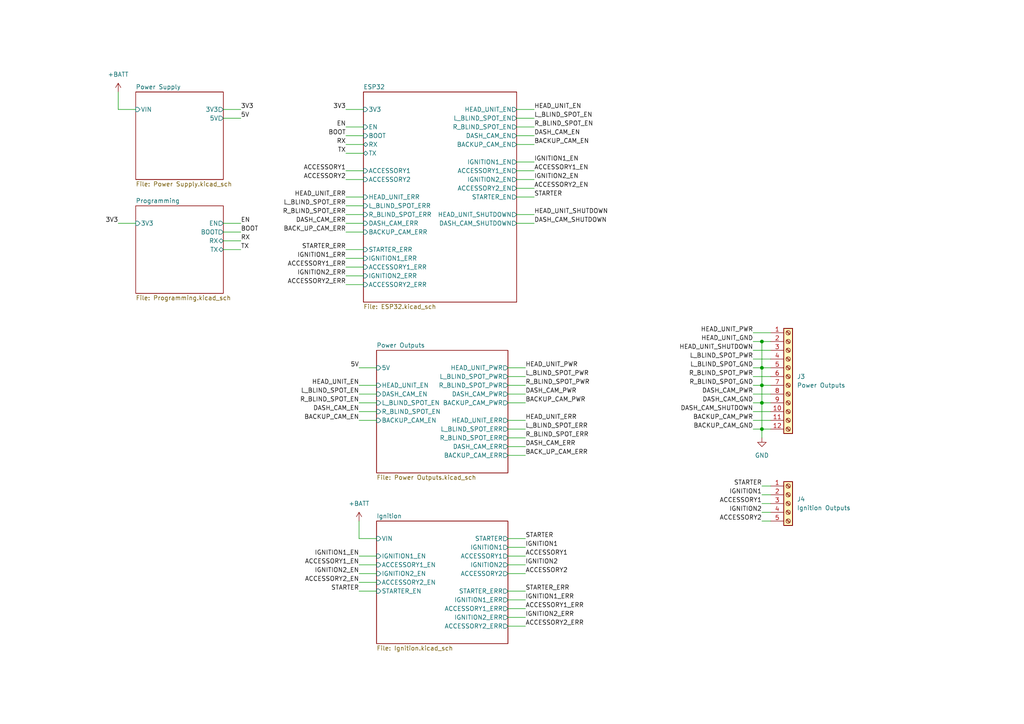
<source format=kicad_sch>
(kicad_sch (version 20230121) (generator eeschema)
  (paper "A4")
  (title_block (title "Control Module") (date "2023-11-22") (company "J2B") (comment 1 "Author: Ben Martens"))
  (lib_symbols
    (symbol "Connector:Screw_Terminal_01x05" (pin_names (offset 1.016) hide)
      (property "Reference" "J" (at 0 7.62 0))
      (property "Value" "Screw_Terminal_01x05" (at 0 -7.62 0))
      (symbol "Screw_Terminal_01x05_1_1"
        (rectangle (start -1.27 6.35) (end 1.27 -6.35) (stroke (width 0.254)) (fill (type background)))
        (circle (center 0 -5.08) (radius 0.635) (stroke (width 0.1524)))
        (circle (center 0 -2.54) (radius 0.635) (stroke (width 0.1524)))
        (polyline (pts (xy -0.5334 -4.7498) (xy 0.3302 -5.588)) (stroke (width 0.1524)))
        (polyline (pts (xy -0.5334 -2.2098) (xy 0.3302 -3.048)) (stroke (width 0.1524)))
        (polyline (pts (xy -0.5334 0.3302) (xy 0.3302 -0.508)) (stroke (width 0.1524)))
        (polyline (pts (xy -0.5334 2.8702) (xy 0.3302 2.032)) (stroke (width 0.1524)))
        (polyline (pts (xy -0.5334 5.4102) (xy 0.3302 4.572)) (stroke (width 0.1524)))
        (polyline (pts (xy -0.3556 -4.572) (xy 0.508 -5.4102)) (stroke (width 0.1524)))
        (polyline (pts (xy -0.3556 -2.032) (xy 0.508 -2.8702)) (stroke (width 0.1524)))
        (polyline (pts (xy -0.3556 0.508) (xy 0.508 -0.3302)) (stroke (width 0.1524)))
        (polyline (pts (xy -0.3556 3.048) (xy 0.508 2.2098)) (stroke (width 0.1524)))
        (polyline (pts (xy -0.3556 5.588) (xy 0.508 4.7498)) (stroke (width 0.1524)))
        (circle (center 0 0) (radius 0.635) (stroke (width 0.1524)))
        (circle (center 0 2.54) (radius 0.635) (stroke (width 0.1524)))
        (circle (center 0 5.08) (radius 0.635) (stroke (width 0.1524)))
        (pin passive line (at -5.08 5.08 0) (length 3.81) (name "Pin_1") (number "1"))
        (pin passive line (at -5.08 2.54 0) (length 3.81) (name "Pin_2") (number "2"))
        (pin passive line (at -5.08 0 0) (length 3.81) (name "Pin_3") (number "3"))
        (pin passive line (at -5.08 -2.54 0) (length 3.81) (name "Pin_4") (number "4"))
        (pin passive line (at -5.08 -5.08 0) (length 3.81) (name "Pin_5") (number "5"))
      )
    )
    (symbol "Connector:Screw_Terminal_01x12" (pin_names (offset 1.016) hide)
      (property "Reference" "J" (at 0 15.24 0))
      (property "Value" "Screw_Terminal_01x12" (at 0 -17.78 0))
      (symbol "Screw_Terminal_01x12_1_1"
        (rectangle (start -1.27 13.97) (end 1.27 -16.51) (stroke (width 0.254)) (fill (type background)))
        (circle (center 0 -15.24) (radius 0.635) (stroke (width 0.1524)))
        (circle (center 0 -12.7) (radius 0.635) (stroke (width 0.1524)))
        (circle (center 0 -10.16) (radius 0.635) (stroke (width 0.1524)))
        (circle (center 0 -7.62) (radius 0.635) (stroke (width 0.1524)))
        (circle (center 0 -5.08) (radius 0.635) (stroke (width 0.1524)))
        (circle (center 0 -2.54) (radius 0.635) (stroke (width 0.1524)))
        (polyline (pts (xy -0.5334 -14.9098) (xy 0.3302 -15.748)) (stroke (width 0.1524)))
        (polyline (pts (xy -0.5334 -12.3698) (xy 0.3302 -13.208)) (stroke (width 0.1524)))
        (polyline (pts (xy -0.5334 -9.8298) (xy 0.3302 -10.668)) (stroke (width 0.1524)))
        (polyline (pts (xy -0.5334 -7.2898) (xy 0.3302 -8.128)) (stroke (width 0.1524)))
        (polyline (pts (xy -0.5334 -4.7498) (xy 0.3302 -5.588)) (stroke (width 0.1524)))
        (polyline (pts (xy -0.5334 -2.2098) (xy 0.3302 -3.048)) (stroke (width 0.1524)))
        (polyline (pts (xy -0.5334 0.3302) (xy 0.3302 -0.508)) (stroke (width 0.1524)))
        (polyline (pts (xy -0.5334 2.8702) (xy 0.3302 2.032)) (stroke (width 0.1524)))
        (polyline (pts (xy -0.5334 5.4102) (xy 0.3302 4.572)) (stroke (width 0.1524)))
        (polyline (pts (xy -0.5334 7.9502) (xy 0.3302 7.112)) (stroke (width 0.1524)))
        (polyline (pts (xy -0.5334 10.4902) (xy 0.3302 9.652)) (stroke (width 0.1524)))
        (polyline (pts (xy -0.5334 13.0302) (xy 0.3302 12.192)) (stroke (width 0.1524)))
        (polyline (pts (xy -0.3556 -14.732) (xy 0.508 -15.5702)) (stroke (width 0.1524)))
        (polyline (pts (xy -0.3556 -12.192) (xy 0.508 -13.0302)) (stroke (width 0.1524)))
        (polyline (pts (xy -0.3556 -9.652) (xy 0.508 -10.4902)) (stroke (width 0.1524)))
        (polyline (pts (xy -0.3556 -7.112) (xy 0.508 -7.9502)) (stroke (width 0.1524)))
        (polyline (pts (xy -0.3556 -4.572) (xy 0.508 -5.4102)) (stroke (width 0.1524)))
        (polyline (pts (xy -0.3556 -2.032) (xy 0.508 -2.8702)) (stroke (width 0.1524)))
        (polyline (pts (xy -0.3556 0.508) (xy 0.508 -0.3302)) (stroke (width 0.1524)))
        (polyline (pts (xy -0.3556 3.048) (xy 0.508 2.2098)) (stroke (width 0.1524)))
        (polyline (pts (xy -0.3556 5.588) (xy 0.508 4.7498)) (stroke (width 0.1524)))
        (polyline (pts (xy -0.3556 8.128) (xy 0.508 7.2898)) (stroke (width 0.1524)))
        (polyline (pts (xy -0.3556 10.668) (xy 0.508 9.8298)) (stroke (width 0.1524)))
        (polyline (pts (xy -0.3556 13.208) (xy 0.508 12.3698)) (stroke (width 0.1524)))
        (circle (center 0 0) (radius 0.635) (stroke (width 0.1524)))
        (circle (center 0 2.54) (radius 0.635) (stroke (width 0.1524)))
        (circle (center 0 5.08) (radius 0.635) (stroke (width 0.1524)))
        (circle (center 0 7.62) (radius 0.635) (stroke (width 0.1524)))
        (circle (center 0 10.16) (radius 0.635) (stroke (width 0.1524)))
        (circle (center 0 12.7) (radius 0.635) (stroke (width 0.1524)))
        (pin passive line (at -5.08 12.7 0) (length 3.81) (name "Pin_1") (number "1"))
        (pin passive line (at -5.08 -10.16 0) (length 3.81) (name "Pin_10") (number "10"))
        (pin passive line (at -5.08 -12.7 0) (length 3.81) (name "Pin_11") (number "11"))
        (pin passive line (at -5.08 -15.24 0) (length 3.81) (name "Pin_12") (number "12"))
        (pin passive line (at -5.08 10.16 0) (length 3.81) (name "Pin_2") (number "2"))
        (pin passive line (at -5.08 7.62 0) (length 3.81) (name "Pin_3") (number "3"))
        (pin passive line (at -5.08 5.08 0) (length 3.81) (name "Pin_4") (number "4"))
        (pin passive line (at -5.08 2.54 0) (length 3.81) (name "Pin_5") (number "5"))
        (pin passive line (at -5.08 0 0) (length 3.81) (name "Pin_6") (number "6"))
        (pin passive line (at -5.08 -2.54 0) (length 3.81) (name "Pin_7") (number "7"))
        (pin passive line (at -5.08 -5.08 0) (length 3.81) (name "Pin_8") (number "8"))
        (pin passive line (at -5.08 -7.62 0) (length 3.81) (name "Pin_9") (number "9"))
      )
    )
    (symbol "power:+BATT" (power) (pin_names (offset 0))
      (property "Value" "+BATT" (at 0 3.556 0))
      (symbol "+BATT_0_1"
        (polyline (pts (xy -0.762 1.27) (xy 0 2.54)))
        (polyline (pts (xy 0 0) (xy 0 2.54)))
        (polyline (pts (xy 0 2.54) (xy 0.762 1.27)))
      )
      (symbol "+BATT_1_1"
        (pin power_in line (at 0 0 90) (length 0) hide (name "+BATT") (number "1"))
      )
    )
    (symbol "power:GND" (power) (pin_names (offset 0))
      (property "Value" "GND" (at 0 -3.81 0))
      (symbol "GND_0_1"
        (polyline (pts (xy 0 0) (xy 0 -1.27) (xy 1.27 -1.27) (xy 0 -2.54) (xy -1.27 -1.27) (xy 0 -1.27)))
      )
      (symbol "GND_1_1"
        (pin power_in line (at 0 0 270) (length 0) hide (name "GND") (number "1"))
      )
    )
  )
  (junction (at 220.98 106.68))
  (junction (at 220.98 99.06))
  (junction (at 220.98 124.46))
  (junction (at 220.98 111.76))
  (junction (at 220.98 116.84))
  (wire (pts (xy 104.14 151.13) (xy 104.14 156.21)))
  (wire (pts (xy 147.32 158.75) (xy 152.4 158.75)))
  (wire (pts (xy 218.44 121.92) (xy 223.52 121.92)))
  (wire (pts (xy 100.33 41.91) (xy 105.41 41.91)))
  (wire (pts (xy 104.14 114.3) (xy 109.22 114.3)))
  (wire (pts (xy 218.44 119.38) (xy 223.52 119.38)))
  (wire (pts (xy 149.86 52.07) (xy 154.94 52.07)))
  (wire (pts (xy 147.32 163.83) (xy 152.4 163.83)))
  (wire (pts (xy 100.33 82.55) (xy 105.41 82.55)))
  (wire (pts (xy 100.33 44.45) (xy 105.41 44.45)))
  (wire (pts (xy 147.32 156.21) (xy 152.4 156.21)))
  (wire (pts (xy 220.98 146.05) (xy 223.52 146.05)))
  (wire (pts (xy 100.33 62.23) (xy 105.41 62.23)))
  (wire (pts (xy 100.33 49.53) (xy 105.41 49.53)))
  (wire (pts (xy 147.32 124.46) (xy 152.4 124.46)))
  (wire (pts (xy 34.29 31.75) (xy 39.37 31.75)))
  (wire (pts (xy 149.86 41.91) (xy 154.94 41.91)))
  (wire (pts (xy 147.32 173.99) (xy 152.4 173.99)))
  (wire (pts (xy 220.98 148.59) (xy 223.52 148.59)))
  (wire (pts (xy 220.98 106.68) (xy 223.52 106.68)))
  (wire (pts (xy 149.86 34.29) (xy 154.94 34.29)))
  (wire (pts (xy 100.33 59.69) (xy 105.41 59.69)))
  (wire (pts (xy 218.44 109.22) (xy 223.52 109.22)))
  (wire (pts (xy 220.98 116.84) (xy 220.98 124.46)))
  (wire (pts (xy 220.98 124.46) (xy 223.52 124.46)))
  (wire (pts (xy 220.98 124.46) (xy 220.98 127)))
  (wire (pts (xy 149.86 54.61) (xy 154.94 54.61)))
  (wire (pts (xy 104.14 106.68) (xy 109.22 106.68)))
  (wire (pts (xy 104.14 168.91) (xy 109.22 168.91)))
  (wire (pts (xy 64.77 64.77) (xy 69.85 64.77)))
  (wire (pts (xy 147.32 109.22) (xy 152.4 109.22)))
  (wire (pts (xy 104.14 111.76) (xy 109.22 111.76)))
  (wire (pts (xy 147.32 129.54) (xy 152.4 129.54)))
  (wire (pts (xy 218.44 101.6) (xy 223.52 101.6)))
  (wire (pts (xy 104.14 119.38) (xy 109.22 119.38)))
  (wire (pts (xy 149.86 49.53) (xy 154.94 49.53)))
  (wire (pts (xy 34.29 64.77) (xy 39.37 64.77)))
  (wire (pts (xy 147.32 111.76) (xy 152.4 111.76)))
  (wire (pts (xy 149.86 31.75) (xy 154.94 31.75)))
  (wire (pts (xy 149.86 64.77) (xy 154.94 64.77)))
  (wire (pts (xy 104.14 161.29) (xy 109.22 161.29)))
  (wire (pts (xy 34.29 26.67) (xy 34.29 31.75)))
  (wire (pts (xy 218.44 114.3) (xy 223.52 114.3)))
  (wire (pts (xy 104.14 156.21) (xy 109.22 156.21)))
  (wire (pts (xy 104.14 166.37) (xy 109.22 166.37)))
  (wire (pts (xy 147.32 176.53) (xy 152.4 176.53)))
  (wire (pts (xy 149.86 36.83) (xy 154.94 36.83)))
  (wire (pts (xy 149.86 62.23) (xy 154.94 62.23)))
  (wire (pts (xy 147.32 127) (xy 152.4 127)))
  (wire (pts (xy 147.32 166.37) (xy 152.4 166.37)))
  (wire (pts (xy 147.32 121.92) (xy 152.4 121.92)))
  (wire (pts (xy 147.32 179.07) (xy 152.4 179.07)))
  (wire (pts (xy 104.14 171.45) (xy 109.22 171.45)))
  (wire (pts (xy 218.44 116.84) (xy 220.98 116.84)))
  (wire (pts (xy 220.98 111.76) (xy 220.98 116.84)))
  (wire (pts (xy 220.98 143.51) (xy 223.52 143.51)))
  (wire (pts (xy 149.86 57.15) (xy 154.94 57.15)))
  (wire (pts (xy 220.98 106.68) (xy 220.98 111.76)))
  (wire (pts (xy 218.44 111.76) (xy 220.98 111.76)))
  (wire (pts (xy 64.77 34.29) (xy 69.85 34.29)))
  (wire (pts (xy 64.77 72.39) (xy 69.85 72.39)))
  (wire (pts (xy 149.86 46.99) (xy 154.94 46.99)))
  (wire (pts (xy 147.32 161.29) (xy 152.4 161.29)))
  (wire (pts (xy 147.32 116.84) (xy 152.4 116.84)))
  (wire (pts (xy 147.32 114.3) (xy 152.4 114.3)))
  (wire (pts (xy 64.77 31.75) (xy 69.85 31.75)))
  (wire (pts (xy 220.98 140.97) (xy 223.52 140.97)))
  (wire (pts (xy 220.98 111.76) (xy 223.52 111.76)))
  (wire (pts (xy 218.44 124.46) (xy 220.98 124.46)))
  (wire (pts (xy 100.33 52.07) (xy 105.41 52.07)))
  (wire (pts (xy 100.33 72.39) (xy 105.41 72.39)))
  (wire (pts (xy 104.14 116.84) (xy 109.22 116.84)))
  (wire (pts (xy 149.86 39.37) (xy 154.94 39.37)))
  (wire (pts (xy 100.33 31.75) (xy 105.41 31.75)))
  (wire (pts (xy 64.77 69.85) (xy 69.85 69.85)))
  (wire (pts (xy 100.33 77.47) (xy 105.41 77.47)))
  (wire (pts (xy 218.44 106.68) (xy 220.98 106.68)))
  (wire (pts (xy 220.98 99.06) (xy 223.52 99.06)))
  (wire (pts (xy 100.33 57.15) (xy 105.41 57.15)))
  (wire (pts (xy 147.32 132.08) (xy 152.4 132.08)))
  (wire (pts (xy 100.33 74.93) (xy 105.41 74.93)))
  (wire (pts (xy 100.33 36.83) (xy 105.41 36.83)))
  (wire (pts (xy 220.98 151.13) (xy 223.52 151.13)))
  (wire (pts (xy 218.44 96.52) (xy 223.52 96.52)))
  (wire (pts (xy 100.33 67.31) (xy 105.41 67.31)))
  (wire (pts (xy 147.32 181.61) (xy 152.4 181.61)))
  (wire (pts (xy 104.14 163.83) (xy 109.22 163.83)))
  (wire (pts (xy 100.33 64.77) (xy 105.41 64.77)))
  (wire (pts (xy 218.44 104.14) (xy 223.52 104.14)))
  (wire (pts (xy 100.33 80.01) (xy 105.41 80.01)))
  (wire (pts (xy 147.32 106.68) (xy 152.4 106.68)))
  (wire (pts (xy 104.14 121.92) (xy 109.22 121.92)))
  (wire (pts (xy 218.44 99.06) (xy 220.98 99.06)))
  (wire (pts (xy 220.98 116.84) (xy 223.52 116.84)))
  (wire (pts (xy 147.32 171.45) (xy 152.4 171.45)))
  (wire (pts (xy 64.77 67.31) (xy 69.85 67.31)))
  (wire (pts (xy 100.33 39.37) (xy 105.41 39.37)))
  (wire (pts (xy 220.98 99.06) (xy 220.98 106.68)))
  (label "L_BLIND_SPOT_ERR" (at 152.4 124.46 0))
  (label "DASH_CAM_SHUTDOWN" (at 218.44 119.38 180))
  (label "DASH_CAM_EN" (at 154.94 39.37 0))
  (label "HEAD_UNIT_PWR" (at 218.44 96.52 180))
  (label "STARTER" (at 154.94 57.15 0))
  (label "ACCESSORY2" (at 220.98 151.13 180))
  (label "RX" (at 100.33 41.91 180))
  (label "DASH_CAM_PWR" (at 218.44 114.3 180))
  (label "ACCESSORY2_ERR" (at 152.4 181.61 0))
  (label "BACKUP_CAM_EN" (at 104.14 121.92 180))
  (label "DASH_CAM_SHUTDOWN" (at 154.94 64.77 0))
  (label "ACCESSORY2_ERR" (at 100.33 82.55 180))
  (label "STARTER" (at 152.4 156.21 0))
  (label "ACCESSORY2_EN" (at 154.94 54.61 0))
  (label "HEAD_UNIT_GND" (at 218.44 99.06 180))
  (label "ACCESSORY2_EN" (at 104.14 168.91 180))
  (label "ACCESSORY1" (at 152.4 161.29 0))
  (label "R_BLIND_SPOT_GND" (at 218.44 111.76 180))
  (label "ACCESSORY1_EN" (at 104.14 163.83 180))
  (label "STARTER" (at 104.14 171.45 180))
  (label "IGNITION1_EN" (at 154.94 46.99 0))
  (label "DASH_CAM_GND" (at 218.44 116.84 180))
  (label "DASH_CAM_PWR" (at 152.4 114.3 0))
  (label "ACCESSORY2" (at 152.4 166.37 0))
  (label "L_BLIND_SPOT_ERR" (at 100.33 59.69 180))
  (label "BACKUP_CAM_PWR" (at 152.4 116.84 0))
  (label "EN" (at 100.33 36.83 180))
  (label "BOOT" (at 69.85 67.31 0))
  (label "BACKUP_CAM_PWR" (at 218.44 121.92 180))
  (label "L_BLIND_SPOT_GND" (at 218.44 106.68 180))
  (label "5V" (at 104.14 106.68 180))
  (label "IGNITION2_ERR" (at 152.4 179.07 0))
  (label "ACCESSORY1_ERR" (at 152.4 176.53 0))
  (label "IGNITION2" (at 220.98 148.59 180))
  (label "HEAD_UNIT_EN" (at 104.14 111.76 180))
  (label "DASH_CAM_ERR" (at 152.4 129.54 0))
  (label "HEAD_UNIT_SHUTDOWN" (at 218.44 101.6 180))
  (label "HEAD_UNIT_SHUTDOWN" (at 154.94 62.23 0))
  (label "HEAD_UNIT_EN" (at 154.94 31.75 0))
  (label "R_BLIND_SPOT_PWR" (at 218.44 109.22 180))
  (label "HEAD_UNIT_ERR" (at 100.33 57.15 180))
  (label "BOOT" (at 100.33 39.37 180))
  (label "L_BLIND_SPOT_EN" (at 104.14 114.3 180))
  (label "IGNITION1_ERR" (at 100.33 74.93 180))
  (label "ACCESSORY1_EN" (at 154.94 49.53 0))
  (label "HEAD_UNIT_ERR" (at 152.4 121.92 0))
  (label "ACCESSORY2" (at 100.33 52.07 180))
  (label "STARTER_ERR" (at 100.33 72.39 180))
  (label "BACKUP_CAM_GND" (at 218.44 124.46 180))
  (label "TX" (at 69.85 72.39 0))
  (label "R_BLIND_SPOT_EN" (at 154.94 36.83 0))
  (label "DASH_CAM_EN" (at 104.14 119.38 180))
  (label "BACKUP_CAM_EN" (at 154.94 41.91 0))
  (label "ACCESSORY1" (at 220.98 146.05 180))
  (label "STARTER" (at 220.98 140.97 180))
  (label "3V3" (at 69.85 31.75 0))
  (label "BACK_UP_CAM_ERR" (at 100.33 67.31 180))
  (label "IGNITION2_EN" (at 154.94 52.07 0))
  (label "R_BLIND_SPOT_PWR" (at 152.4 111.76 0))
  (label "L_BLIND_SPOT_EN" (at 154.94 34.29 0))
  (label "EN" (at 69.85 64.77 0))
  (label "IGNITION2_EN" (at 104.14 166.37 180))
  (label "3V3" (at 100.33 31.75 180))
  (label "IGNITION1" (at 220.98 143.51 180))
  (label "IGNITION1_ERR" (at 152.4 173.99 0))
  (label "IGNITION2_ERR" (at 100.33 80.01 180))
  (label "HEAD_UNIT_PWR" (at 152.4 106.68 0))
  (label "BACK_UP_CAM_ERR" (at 152.4 132.08 0))
  (label "L_BLIND_SPOT_PWR" (at 152.4 109.22 0))
  (label "R_BLIND_SPOT_ERR" (at 152.4 127 0))
  (label "DASH_CAM_ERR" (at 100.33 64.77 180))
  (label "L_BLIND_SPOT_PWR" (at 218.44 104.14 180))
  (label "TX" (at 100.33 44.45 180))
  (label "STARTER_ERR" (at 152.4 171.45 0))
  (label "ACCESSORY1_ERR" (at 100.33 77.47 180))
  (label "IGNITION1_EN" (at 104.14 161.29 180))
  (label "RX" (at 69.85 69.85 0))
  (label "R_BLIND_SPOT_ERR" (at 100.33 62.23 180))
  (label "IGNITION1" (at 152.4 158.75 0))
  (label "IGNITION2" (at 152.4 163.83 0))
  (label "5V" (at 69.85 34.29 0))
  (label "ACCESSORY1" (at 100.33 49.53 180))
  (label "3V3" (at 34.29 64.77 180))
  (label "R_BLIND_SPOT_EN" (at 104.14 116.84 180))
  (symbol (lib_id "power:GND") (at 220.98 127 0) (unit 1)
    (property "Reference" "#PWR039" (effects hide))
    (property "Value" "GND" (at 220.98 132.08 0))
  )
  (symbol (lib_id "power:+BATT") (at 34.29 26.67 0) (unit 1)
    (property "Reference" "#PWR01" (effects hide))
    (property "Value" "+BATT" (at 34.29 21.59 0))
  )
  (symbol (lib_id "Connector:Screw_Terminal_01x05") (at 228.6 146.05 0) (unit 1)
    (property "Reference" "J4" (at 231.14 144.78 0) (effects (justify left)))
    (property "Value" "Ignition Outputs" (at 231.14 147.32 0) (effects (justify left)))
  )
  (symbol (lib_id "power:+BATT") (at 104.14 151.13 0) (unit 1)
    (property "Reference" "#PWR02" (effects hide))
    (property "Value" "+BATT" (at 104.14 146.05 0))
  )
  (symbol (lib_id "Connector:Screw_Terminal_01x12") (at 228.6 109.22 0) (unit 1)
    (property "Reference" "J3" (at 231.14 109.22 0) (effects (justify left)))
    (property "Value" "Power Outputs" (at 231.14 111.76 0) (effects (justify left)))
  )
  (sheet (at 109.22 151.13) (size 38.1 35.56) (stroke (width 0.1524))
    (property "Sheetname" "Ignition" (at 109.22 150.4184 0) (effects (justify left bottom)))
    (property "Sheetfile" "Ignition.kicad_sch" (at 109.22 187.2746 0) (effects (justify left top)))
    (pin "ACCESSORY2" output (at 147.32 166.37 0))
    (pin "VIN" input (at 109.22 156.21 180))
    (pin "IGNITION2" output (at 147.32 163.83 0))
    (pin "IGNITION1" output (at 147.32 158.75 0))
    (pin "ACCESSORY1" output (at 147.32 161.29 0))
    (pin "STARTER" output (at 147.32 156.21 0))
    (pin "IGNITION1_EN" input (at 109.22 161.29 180))
    (pin "ACCESSORY1_EN" input (at 109.22 163.83 180))
    (pin "IGNITION2_EN" input (at 109.22 166.37 180))
    (pin "ACCESSORY2_EN" input (at 109.22 168.91 180))
    (pin "STARTER_EN" input (at 109.22 171.45 180))
    (pin "STARTER_ERR" output (at 147.32 171.45 0))
    (pin "ACCESSORY2_ERR" output (at 147.32 181.61 0))
    (pin "IGNITION2_ERR" output (at 147.32 179.07 0))
    (pin "ACCESSORY1_ERR" output (at 147.32 176.53 0))
    (pin "IGNITION1_ERR" output (at 147.32 173.99 0))
  )
  (sheet (at 39.37 59.69) (size 25.4 25.4) (stroke (width 0.1524))
    (property "Sheetname" "Programming" (at 39.37 58.9784 0) (effects (justify left bottom)))
    (property "Sheetfile" "Programming.kicad_sch" (at 39.37 85.6746 0) (effects (justify left top)))
    (pin "TX" bidirectional (at 64.77 72.39 0))
    (pin "RX" bidirectional (at 64.77 69.85 0))
    (pin "BOOT" output (at 64.77 67.31 0))
    (pin "EN" output (at 64.77 64.77 0))
    (pin "3V3" input (at 39.37 64.77 180))
  )
  (sheet (at 39.37 26.67) (size 25.4 25.4) (stroke (width 0.1524))
    (property "Sheetname" "Power Supply" (at 39.37 25.9584 0) (effects (justify left bottom)))
    (property "Sheetfile" "Power Supply.kicad_sch" (at 39.37 52.6546 0) (effects (justify left top)))
    (pin "VIN" input (at 39.37 31.75 180))
    (pin "3V3" output (at 64.77 31.75 0))
    (pin "5V" output (at 64.77 34.29 0))
  )
  (sheet (at 109.22 101.6) (size 38.1 35.56) (stroke (width 0.1524))
    (property "Sheetname" "Power Outputs" (at 109.22 100.8884 0) (effects (justify left bottom)))
    (property "Sheetfile" "Power Outputs.kicad_sch" (at 109.22 137.7446 0) (effects (justify left top)))
    (pin "HEAD_UNIT_PWR" output (at 147.32 106.68 0))
    (pin "L_BLIND_SPOT_PWR" output (at 147.32 109.22 0))
    (pin "R_BLIND_SPOT_PWR" output (at 147.32 111.76 0))
    (pin "DASH_CAM_PWR" output (at 147.32 114.3 0))
    (pin "BACKUP_CAM_PWR" output (at 147.32 116.84 0))
    (pin "5V" input (at 109.22 106.68 180))
    (pin "HEAD_UNIT_EN" input (at 109.22 111.76 180))
    (pin "DASH_CAM_EN" input (at 109.22 114.3 180))
    (pin "L_BLIND_SPOT_EN" input (at 109.22 116.84 180))
    (pin "R_BLIND_SPOT_EN" input (at 109.22 119.38 180))
    (pin "BACKUP_CAM_EN" input (at 109.22 121.92 180))
    (pin "HEAD_UNIT_ERR" output (at 147.32 121.92 0))
    (pin "DASH_CAM_ERR" output (at 147.32 129.54 0))
    (pin "L_BLIND_SPOT_ERR" output (at 147.32 124.46 0))
    (pin "R_BLIND_SPOT_ERR" output (at 147.32 127 0))
    (pin "BACKUP_CAM_ERR" output (at 147.32 132.08 0))
  )
  (sheet (at 105.41 26.67) (size 44.45 60.96) (stroke (width 0.1524))
    (property "Sheetname" "ESP32" (at 105.41 25.9584 0) (effects (justify left bottom)))
    (property "Sheetfile" "ESP32.kicad_sch" (at 105.41 88.2146 0) (effects (justify left top)))
    (pin "L_BLIND_SPOT_EN" output (at 149.86 34.29 0))
    (pin "3V3" input (at 105.41 31.75 180))
    (pin "HEAD_UNIT_EN" output (at 149.86 31.75 0))
    (pin "DASH_CAM_EN" output (at 149.86 39.37 0))
    (pin "EN" input (at 105.41 36.83 180))
    (pin "BOOT" input (at 105.41 39.37 180))
    (pin "RX" bidirectional (at 105.41 41.91 180))
    (pin "TX" bidirectional (at 105.41 44.45 180))
    (pin "R_BLIND_SPOT_EN" output (at 149.86 36.83 0))
    (pin "BACKUP_CAM_EN" output (at 149.86 41.91 0))
    (pin "ACCESSORY2_EN" output (at 149.86 54.61 0))
    (pin "IGNITION1_EN" output (at 149.86 46.99 0))
    (pin "ACCESSORY1_EN" output (at 149.86 49.53 0))
    (pin "IGNITION2_EN" output (at 149.86 52.07 0))
    (pin "STARTER_EN" output (at 149.86 57.15 0))
    (pin "HEAD_UNIT_ERR" input (at 105.41 57.15 180))
    (pin "DASH_CAM_ERR" input (at 105.41 64.77 180))
    (pin "L_BLIND_SPOT_ERR" input (at 105.41 59.69 180))
    (pin "R_BLIND_SPOT_ERR" input (at 105.41 62.23 180))
    (pin "BACKUP_CAM_ERR" input (at 105.41 67.31 180))
    (pin "ACCESSORY1" input (at 105.41 49.53 180))
    (pin "ACCESSORY2" input (at 105.41 52.07 180))
    (pin "STARTER_ERR" input (at 105.41 72.39 180))
    (pin "IGNITION1_ERR" input (at 105.41 74.93 180))
    (pin "ACCESSORY1_ERR" input (at 105.41 77.47 180))
    (pin "IGNITION2_ERR" input (at 105.41 80.01 180))
    (pin "ACCESSORY2_ERR" input (at 105.41 82.55 180))
    (pin "HEAD_UNIT_SHUTDOWN" output (at 149.86 62.23 0))
    (pin "DASH_CAM_SHUTDOWN" output (at 149.86 64.77 0))
  )
)
</source>
